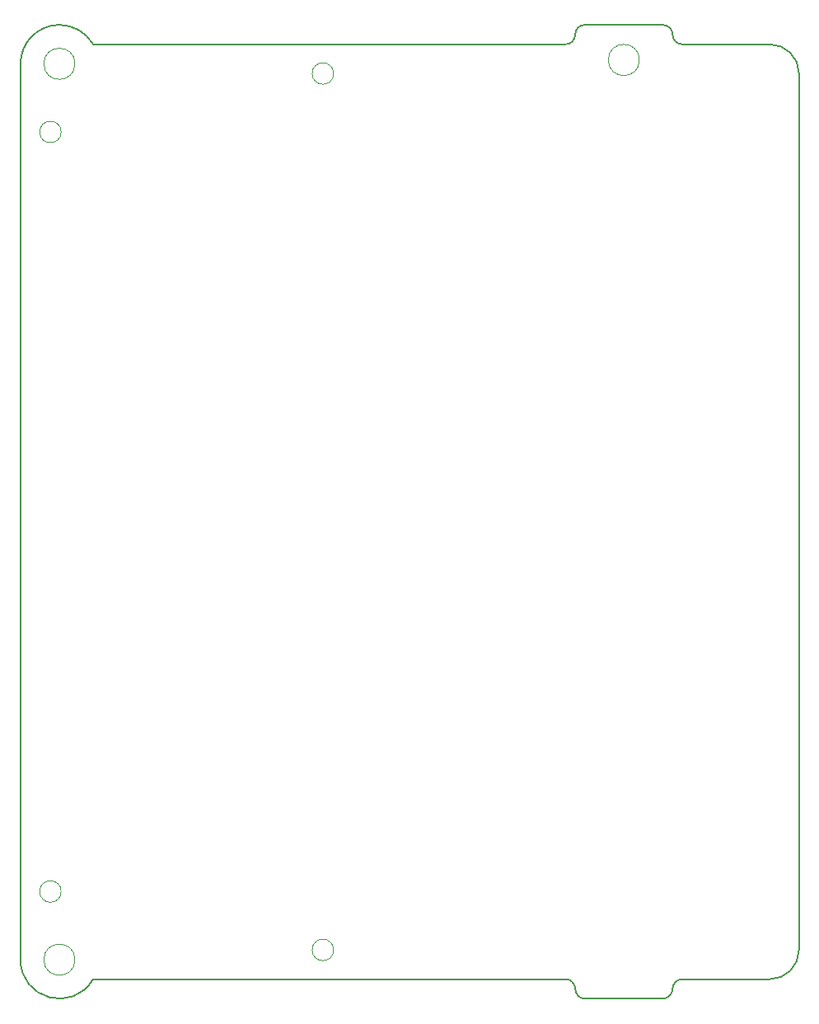
<source format=gbr>
%TF.GenerationSoftware,KiCad,Pcbnew,9.0.2*%
%TF.CreationDate,2025-06-28T17:30:13+03:00*%
%TF.ProjectId,PMCNV-AI8IU,504d434e-562d-4414-9938-49552e6b6963,rev?*%
%TF.SameCoordinates,Original*%
%TF.FileFunction,Profile,NP*%
%FSLAX46Y46*%
G04 Gerber Fmt 4.6, Leading zero omitted, Abs format (unit mm)*
G04 Created by KiCad (PCBNEW 9.0.2) date 2025-06-28 17:30:13*
%MOMM*%
%LPD*%
G01*
G04 APERTURE LIST*
%TA.AperFunction,Profile*%
%ADD10C,0.200000*%
%TD*%
%TA.AperFunction,Profile*%
%ADD11C,0.050000*%
%TD*%
G04 APERTURE END LIST*
D10*
X27000000Y-49000000D02*
G75*
G02*
X28000000Y-48000000I1000000J0D01*
G01*
X37000000Y48000000D02*
X28000000Y48000000D01*
X17000000Y49000000D02*
G75*
G02*
X16000000Y48000000I-1000000J0D01*
G01*
X-40000000Y46000000D02*
G75*
G02*
X-36000000Y50000000I4000000J0D01*
G01*
X17000000Y49000000D02*
G75*
G02*
X18000000Y50000000I1000000J0D01*
G01*
X-40000000Y46000000D02*
X-40000000Y-46000000D01*
X37000000Y48000000D02*
G75*
G02*
X40000000Y45000000I0J-3000000D01*
G01*
X16000000Y-48000000D02*
G75*
G02*
X17000000Y-49000000I0J-1000000D01*
G01*
X-32535899Y-48000000D02*
G75*
G02*
X-39999999Y-46000000I-3464101J2000000D01*
G01*
X16000000Y-48000000D02*
X-32535900Y-48000000D01*
X26000000Y50000000D02*
G75*
G02*
X27000000Y49000000I0J-1000000D01*
G01*
X27000000Y-49000000D02*
G75*
G02*
X26000000Y-50000000I-1000000J0D01*
G01*
X18000000Y-50000000D02*
X26000000Y-50000000D01*
X-32527027Y48000000D02*
X16000000Y48000000D01*
X-36000000Y50000000D02*
G75*
G02*
X-32533686Y47996164I0J-4000000D01*
G01*
X26000000Y50000000D02*
X18000000Y50000000D01*
X28000000Y48000000D02*
G75*
G02*
X27000000Y49000000I0J1000000D01*
G01*
X28000000Y-48000000D02*
X37000000Y-48000000D01*
X18000000Y-50000000D02*
G75*
G02*
X17000000Y-49000000I0J1000000D01*
G01*
X40000000Y-45000000D02*
G75*
G02*
X37000000Y-48000000I-3000000J0D01*
G01*
X40000000Y45000000D02*
X40000000Y-45000000D01*
D11*
%TO.C,H2*%
X23600000Y46390000D02*
G75*
G02*
X20400000Y46390000I-1600000J0D01*
G01*
X20400000Y46390000D02*
G75*
G02*
X23600000Y46390000I1600000J0D01*
G01*
%TO.C,U1*%
X-35826271Y39000000D02*
G75*
G02*
X-38026271Y39000000I-1100000J0D01*
G01*
X-38026271Y39000000D02*
G75*
G02*
X-35826271Y39000000I1100000J0D01*
G01*
X-35826271Y-39000000D02*
G75*
G02*
X-38026271Y-39000000I-1100000J0D01*
G01*
X-38026271Y-39000000D02*
G75*
G02*
X-35826271Y-39000000I1100000J0D01*
G01*
X-7826271Y45000000D02*
G75*
G02*
X-10026271Y45000000I-1100000J0D01*
G01*
X-10026271Y45000000D02*
G75*
G02*
X-7826271Y45000000I1100000J0D01*
G01*
X-7826271Y-45000000D02*
G75*
G02*
X-10026271Y-45000000I-1100000J0D01*
G01*
X-10026271Y-45000000D02*
G75*
G02*
X-7826271Y-45000000I1100000J0D01*
G01*
%TO.C,H3*%
X-34400000Y-46000000D02*
G75*
G02*
X-37600000Y-46000000I-1600000J0D01*
G01*
X-37600000Y-46000000D02*
G75*
G02*
X-34400000Y-46000000I1600000J0D01*
G01*
%TO.C,H1*%
X-34400000Y46000000D02*
G75*
G02*
X-37600000Y46000000I-1600000J0D01*
G01*
X-37600000Y46000000D02*
G75*
G02*
X-34400000Y46000000I1600000J0D01*
G01*
%TD*%
M02*

</source>
